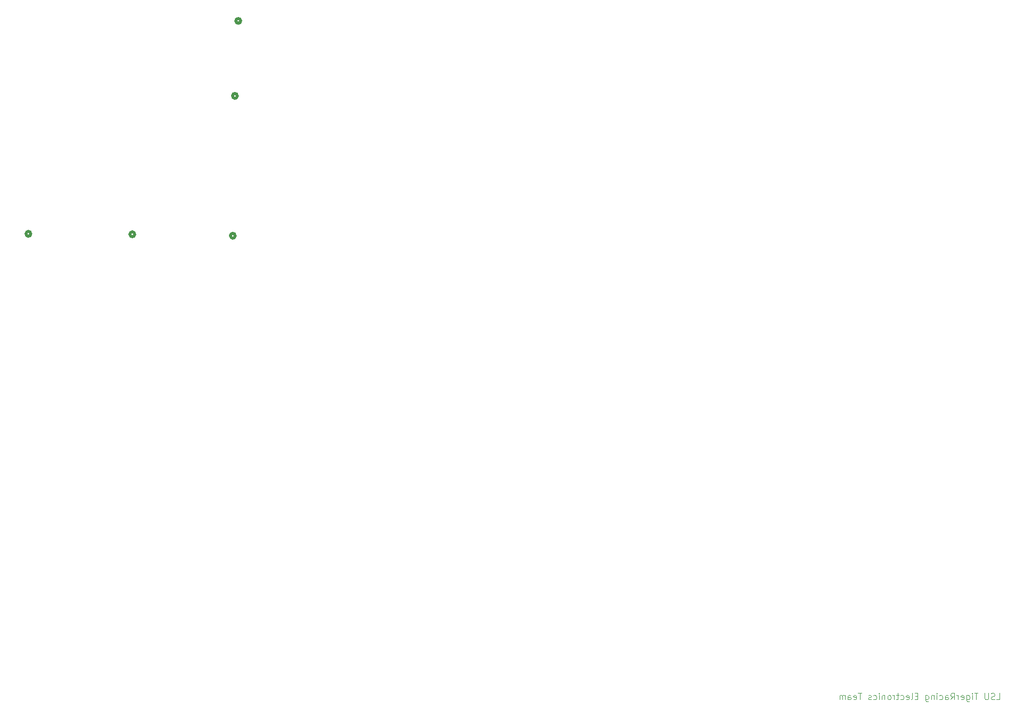
<source format=gbr>
%TF.GenerationSoftware,KiCad,Pcbnew,9.0.4*%
%TF.CreationDate,2025-11-04T22:38:34-06:00*%
%TF.ProjectId,BPSD-2025,42505344-2d32-4303-9235-2e6b69636164,rev?*%
%TF.SameCoordinates,Original*%
%TF.FileFunction,Legend,Bot*%
%TF.FilePolarity,Positive*%
%FSLAX46Y46*%
G04 Gerber Fmt 4.6, Leading zero omitted, Abs format (unit mm)*
G04 Created by KiCad (PCBNEW 9.0.4) date 2025-11-04 22:38:34*
%MOMM*%
%LPD*%
G01*
G04 APERTURE LIST*
%ADD10C,0.100000*%
%ADD11C,0.508000*%
G04 APERTURE END LIST*
D10*
X278659925Y-185097219D02*
X279136115Y-185097219D01*
X279136115Y-185097219D02*
X279136115Y-184097219D01*
X278374210Y-185049600D02*
X278231353Y-185097219D01*
X278231353Y-185097219D02*
X277993258Y-185097219D01*
X277993258Y-185097219D02*
X277898020Y-185049600D01*
X277898020Y-185049600D02*
X277850401Y-185001980D01*
X277850401Y-185001980D02*
X277802782Y-184906742D01*
X277802782Y-184906742D02*
X277802782Y-184811504D01*
X277802782Y-184811504D02*
X277850401Y-184716266D01*
X277850401Y-184716266D02*
X277898020Y-184668647D01*
X277898020Y-184668647D02*
X277993258Y-184621028D01*
X277993258Y-184621028D02*
X278183734Y-184573409D01*
X278183734Y-184573409D02*
X278278972Y-184525790D01*
X278278972Y-184525790D02*
X278326591Y-184478171D01*
X278326591Y-184478171D02*
X278374210Y-184382933D01*
X278374210Y-184382933D02*
X278374210Y-184287695D01*
X278374210Y-184287695D02*
X278326591Y-184192457D01*
X278326591Y-184192457D02*
X278278972Y-184144838D01*
X278278972Y-184144838D02*
X278183734Y-184097219D01*
X278183734Y-184097219D02*
X277945639Y-184097219D01*
X277945639Y-184097219D02*
X277802782Y-184144838D01*
X277374210Y-184097219D02*
X277374210Y-184906742D01*
X277374210Y-184906742D02*
X277326591Y-185001980D01*
X277326591Y-185001980D02*
X277278972Y-185049600D01*
X277278972Y-185049600D02*
X277183734Y-185097219D01*
X277183734Y-185097219D02*
X276993258Y-185097219D01*
X276993258Y-185097219D02*
X276898020Y-185049600D01*
X276898020Y-185049600D02*
X276850401Y-185001980D01*
X276850401Y-185001980D02*
X276802782Y-184906742D01*
X276802782Y-184906742D02*
X276802782Y-184097219D01*
X275707543Y-184097219D02*
X275136115Y-184097219D01*
X275421829Y-185097219D02*
X275421829Y-184097219D01*
X274802781Y-185097219D02*
X274802781Y-184430552D01*
X274802781Y-184097219D02*
X274850400Y-184144838D01*
X274850400Y-184144838D02*
X274802781Y-184192457D01*
X274802781Y-184192457D02*
X274755162Y-184144838D01*
X274755162Y-184144838D02*
X274802781Y-184097219D01*
X274802781Y-184097219D02*
X274802781Y-184192457D01*
X273898020Y-184430552D02*
X273898020Y-185240076D01*
X273898020Y-185240076D02*
X273945639Y-185335314D01*
X273945639Y-185335314D02*
X273993258Y-185382933D01*
X273993258Y-185382933D02*
X274088496Y-185430552D01*
X274088496Y-185430552D02*
X274231353Y-185430552D01*
X274231353Y-185430552D02*
X274326591Y-185382933D01*
X273898020Y-185049600D02*
X273993258Y-185097219D01*
X273993258Y-185097219D02*
X274183734Y-185097219D01*
X274183734Y-185097219D02*
X274278972Y-185049600D01*
X274278972Y-185049600D02*
X274326591Y-185001980D01*
X274326591Y-185001980D02*
X274374210Y-184906742D01*
X274374210Y-184906742D02*
X274374210Y-184621028D01*
X274374210Y-184621028D02*
X274326591Y-184525790D01*
X274326591Y-184525790D02*
X274278972Y-184478171D01*
X274278972Y-184478171D02*
X274183734Y-184430552D01*
X274183734Y-184430552D02*
X273993258Y-184430552D01*
X273993258Y-184430552D02*
X273898020Y-184478171D01*
X273040877Y-185049600D02*
X273136115Y-185097219D01*
X273136115Y-185097219D02*
X273326591Y-185097219D01*
X273326591Y-185097219D02*
X273421829Y-185049600D01*
X273421829Y-185049600D02*
X273469448Y-184954361D01*
X273469448Y-184954361D02*
X273469448Y-184573409D01*
X273469448Y-184573409D02*
X273421829Y-184478171D01*
X273421829Y-184478171D02*
X273326591Y-184430552D01*
X273326591Y-184430552D02*
X273136115Y-184430552D01*
X273136115Y-184430552D02*
X273040877Y-184478171D01*
X273040877Y-184478171D02*
X272993258Y-184573409D01*
X272993258Y-184573409D02*
X272993258Y-184668647D01*
X272993258Y-184668647D02*
X273469448Y-184763885D01*
X272564686Y-185097219D02*
X272564686Y-184430552D01*
X272564686Y-184621028D02*
X272517067Y-184525790D01*
X272517067Y-184525790D02*
X272469448Y-184478171D01*
X272469448Y-184478171D02*
X272374210Y-184430552D01*
X272374210Y-184430552D02*
X272278972Y-184430552D01*
X271374210Y-185097219D02*
X271707543Y-184621028D01*
X271945638Y-185097219D02*
X271945638Y-184097219D01*
X271945638Y-184097219D02*
X271564686Y-184097219D01*
X271564686Y-184097219D02*
X271469448Y-184144838D01*
X271469448Y-184144838D02*
X271421829Y-184192457D01*
X271421829Y-184192457D02*
X271374210Y-184287695D01*
X271374210Y-184287695D02*
X271374210Y-184430552D01*
X271374210Y-184430552D02*
X271421829Y-184525790D01*
X271421829Y-184525790D02*
X271469448Y-184573409D01*
X271469448Y-184573409D02*
X271564686Y-184621028D01*
X271564686Y-184621028D02*
X271945638Y-184621028D01*
X270517067Y-185097219D02*
X270517067Y-184573409D01*
X270517067Y-184573409D02*
X270564686Y-184478171D01*
X270564686Y-184478171D02*
X270659924Y-184430552D01*
X270659924Y-184430552D02*
X270850400Y-184430552D01*
X270850400Y-184430552D02*
X270945638Y-184478171D01*
X270517067Y-185049600D02*
X270612305Y-185097219D01*
X270612305Y-185097219D02*
X270850400Y-185097219D01*
X270850400Y-185097219D02*
X270945638Y-185049600D01*
X270945638Y-185049600D02*
X270993257Y-184954361D01*
X270993257Y-184954361D02*
X270993257Y-184859123D01*
X270993257Y-184859123D02*
X270945638Y-184763885D01*
X270945638Y-184763885D02*
X270850400Y-184716266D01*
X270850400Y-184716266D02*
X270612305Y-184716266D01*
X270612305Y-184716266D02*
X270517067Y-184668647D01*
X269612305Y-185049600D02*
X269707543Y-185097219D01*
X269707543Y-185097219D02*
X269898019Y-185097219D01*
X269898019Y-185097219D02*
X269993257Y-185049600D01*
X269993257Y-185049600D02*
X270040876Y-185001980D01*
X270040876Y-185001980D02*
X270088495Y-184906742D01*
X270088495Y-184906742D02*
X270088495Y-184621028D01*
X270088495Y-184621028D02*
X270040876Y-184525790D01*
X270040876Y-184525790D02*
X269993257Y-184478171D01*
X269993257Y-184478171D02*
X269898019Y-184430552D01*
X269898019Y-184430552D02*
X269707543Y-184430552D01*
X269707543Y-184430552D02*
X269612305Y-184478171D01*
X269183733Y-185097219D02*
X269183733Y-184430552D01*
X269183733Y-184097219D02*
X269231352Y-184144838D01*
X269231352Y-184144838D02*
X269183733Y-184192457D01*
X269183733Y-184192457D02*
X269136114Y-184144838D01*
X269136114Y-184144838D02*
X269183733Y-184097219D01*
X269183733Y-184097219D02*
X269183733Y-184192457D01*
X268707543Y-184430552D02*
X268707543Y-185097219D01*
X268707543Y-184525790D02*
X268659924Y-184478171D01*
X268659924Y-184478171D02*
X268564686Y-184430552D01*
X268564686Y-184430552D02*
X268421829Y-184430552D01*
X268421829Y-184430552D02*
X268326591Y-184478171D01*
X268326591Y-184478171D02*
X268278972Y-184573409D01*
X268278972Y-184573409D02*
X268278972Y-185097219D01*
X267374210Y-184430552D02*
X267374210Y-185240076D01*
X267374210Y-185240076D02*
X267421829Y-185335314D01*
X267421829Y-185335314D02*
X267469448Y-185382933D01*
X267469448Y-185382933D02*
X267564686Y-185430552D01*
X267564686Y-185430552D02*
X267707543Y-185430552D01*
X267707543Y-185430552D02*
X267802781Y-185382933D01*
X267374210Y-185049600D02*
X267469448Y-185097219D01*
X267469448Y-185097219D02*
X267659924Y-185097219D01*
X267659924Y-185097219D02*
X267755162Y-185049600D01*
X267755162Y-185049600D02*
X267802781Y-185001980D01*
X267802781Y-185001980D02*
X267850400Y-184906742D01*
X267850400Y-184906742D02*
X267850400Y-184621028D01*
X267850400Y-184621028D02*
X267802781Y-184525790D01*
X267802781Y-184525790D02*
X267755162Y-184478171D01*
X267755162Y-184478171D02*
X267659924Y-184430552D01*
X267659924Y-184430552D02*
X267469448Y-184430552D01*
X267469448Y-184430552D02*
X267374210Y-184478171D01*
X266136114Y-184573409D02*
X265802781Y-184573409D01*
X265659924Y-185097219D02*
X266136114Y-185097219D01*
X266136114Y-185097219D02*
X266136114Y-184097219D01*
X266136114Y-184097219D02*
X265659924Y-184097219D01*
X265088495Y-185097219D02*
X265183733Y-185049600D01*
X265183733Y-185049600D02*
X265231352Y-184954361D01*
X265231352Y-184954361D02*
X265231352Y-184097219D01*
X264326590Y-185049600D02*
X264421828Y-185097219D01*
X264421828Y-185097219D02*
X264612304Y-185097219D01*
X264612304Y-185097219D02*
X264707542Y-185049600D01*
X264707542Y-185049600D02*
X264755161Y-184954361D01*
X264755161Y-184954361D02*
X264755161Y-184573409D01*
X264755161Y-184573409D02*
X264707542Y-184478171D01*
X264707542Y-184478171D02*
X264612304Y-184430552D01*
X264612304Y-184430552D02*
X264421828Y-184430552D01*
X264421828Y-184430552D02*
X264326590Y-184478171D01*
X264326590Y-184478171D02*
X264278971Y-184573409D01*
X264278971Y-184573409D02*
X264278971Y-184668647D01*
X264278971Y-184668647D02*
X264755161Y-184763885D01*
X263421828Y-185049600D02*
X263517066Y-185097219D01*
X263517066Y-185097219D02*
X263707542Y-185097219D01*
X263707542Y-185097219D02*
X263802780Y-185049600D01*
X263802780Y-185049600D02*
X263850399Y-185001980D01*
X263850399Y-185001980D02*
X263898018Y-184906742D01*
X263898018Y-184906742D02*
X263898018Y-184621028D01*
X263898018Y-184621028D02*
X263850399Y-184525790D01*
X263850399Y-184525790D02*
X263802780Y-184478171D01*
X263802780Y-184478171D02*
X263707542Y-184430552D01*
X263707542Y-184430552D02*
X263517066Y-184430552D01*
X263517066Y-184430552D02*
X263421828Y-184478171D01*
X263136113Y-184430552D02*
X262755161Y-184430552D01*
X262993256Y-184097219D02*
X262993256Y-184954361D01*
X262993256Y-184954361D02*
X262945637Y-185049600D01*
X262945637Y-185049600D02*
X262850399Y-185097219D01*
X262850399Y-185097219D02*
X262755161Y-185097219D01*
X262421827Y-185097219D02*
X262421827Y-184430552D01*
X262421827Y-184621028D02*
X262374208Y-184525790D01*
X262374208Y-184525790D02*
X262326589Y-184478171D01*
X262326589Y-184478171D02*
X262231351Y-184430552D01*
X262231351Y-184430552D02*
X262136113Y-184430552D01*
X261659922Y-185097219D02*
X261755160Y-185049600D01*
X261755160Y-185049600D02*
X261802779Y-185001980D01*
X261802779Y-185001980D02*
X261850398Y-184906742D01*
X261850398Y-184906742D02*
X261850398Y-184621028D01*
X261850398Y-184621028D02*
X261802779Y-184525790D01*
X261802779Y-184525790D02*
X261755160Y-184478171D01*
X261755160Y-184478171D02*
X261659922Y-184430552D01*
X261659922Y-184430552D02*
X261517065Y-184430552D01*
X261517065Y-184430552D02*
X261421827Y-184478171D01*
X261421827Y-184478171D02*
X261374208Y-184525790D01*
X261374208Y-184525790D02*
X261326589Y-184621028D01*
X261326589Y-184621028D02*
X261326589Y-184906742D01*
X261326589Y-184906742D02*
X261374208Y-185001980D01*
X261374208Y-185001980D02*
X261421827Y-185049600D01*
X261421827Y-185049600D02*
X261517065Y-185097219D01*
X261517065Y-185097219D02*
X261659922Y-185097219D01*
X260898017Y-184430552D02*
X260898017Y-185097219D01*
X260898017Y-184525790D02*
X260850398Y-184478171D01*
X260850398Y-184478171D02*
X260755160Y-184430552D01*
X260755160Y-184430552D02*
X260612303Y-184430552D01*
X260612303Y-184430552D02*
X260517065Y-184478171D01*
X260517065Y-184478171D02*
X260469446Y-184573409D01*
X260469446Y-184573409D02*
X260469446Y-185097219D01*
X259993255Y-185097219D02*
X259993255Y-184430552D01*
X259993255Y-184097219D02*
X260040874Y-184144838D01*
X260040874Y-184144838D02*
X259993255Y-184192457D01*
X259993255Y-184192457D02*
X259945636Y-184144838D01*
X259945636Y-184144838D02*
X259993255Y-184097219D01*
X259993255Y-184097219D02*
X259993255Y-184192457D01*
X259088494Y-185049600D02*
X259183732Y-185097219D01*
X259183732Y-185097219D02*
X259374208Y-185097219D01*
X259374208Y-185097219D02*
X259469446Y-185049600D01*
X259469446Y-185049600D02*
X259517065Y-185001980D01*
X259517065Y-185001980D02*
X259564684Y-184906742D01*
X259564684Y-184906742D02*
X259564684Y-184621028D01*
X259564684Y-184621028D02*
X259517065Y-184525790D01*
X259517065Y-184525790D02*
X259469446Y-184478171D01*
X259469446Y-184478171D02*
X259374208Y-184430552D01*
X259374208Y-184430552D02*
X259183732Y-184430552D01*
X259183732Y-184430552D02*
X259088494Y-184478171D01*
X258707541Y-185049600D02*
X258612303Y-185097219D01*
X258612303Y-185097219D02*
X258421827Y-185097219D01*
X258421827Y-185097219D02*
X258326589Y-185049600D01*
X258326589Y-185049600D02*
X258278970Y-184954361D01*
X258278970Y-184954361D02*
X258278970Y-184906742D01*
X258278970Y-184906742D02*
X258326589Y-184811504D01*
X258326589Y-184811504D02*
X258421827Y-184763885D01*
X258421827Y-184763885D02*
X258564684Y-184763885D01*
X258564684Y-184763885D02*
X258659922Y-184716266D01*
X258659922Y-184716266D02*
X258707541Y-184621028D01*
X258707541Y-184621028D02*
X258707541Y-184573409D01*
X258707541Y-184573409D02*
X258659922Y-184478171D01*
X258659922Y-184478171D02*
X258564684Y-184430552D01*
X258564684Y-184430552D02*
X258421827Y-184430552D01*
X258421827Y-184430552D02*
X258326589Y-184478171D01*
X257231350Y-184097219D02*
X256659922Y-184097219D01*
X256945636Y-185097219D02*
X256945636Y-184097219D01*
X255945636Y-185049600D02*
X256040874Y-185097219D01*
X256040874Y-185097219D02*
X256231350Y-185097219D01*
X256231350Y-185097219D02*
X256326588Y-185049600D01*
X256326588Y-185049600D02*
X256374207Y-184954361D01*
X256374207Y-184954361D02*
X256374207Y-184573409D01*
X256374207Y-184573409D02*
X256326588Y-184478171D01*
X256326588Y-184478171D02*
X256231350Y-184430552D01*
X256231350Y-184430552D02*
X256040874Y-184430552D01*
X256040874Y-184430552D02*
X255945636Y-184478171D01*
X255945636Y-184478171D02*
X255898017Y-184573409D01*
X255898017Y-184573409D02*
X255898017Y-184668647D01*
X255898017Y-184668647D02*
X256374207Y-184763885D01*
X255040874Y-185097219D02*
X255040874Y-184573409D01*
X255040874Y-184573409D02*
X255088493Y-184478171D01*
X255088493Y-184478171D02*
X255183731Y-184430552D01*
X255183731Y-184430552D02*
X255374207Y-184430552D01*
X255374207Y-184430552D02*
X255469445Y-184478171D01*
X255040874Y-185049600D02*
X255136112Y-185097219D01*
X255136112Y-185097219D02*
X255374207Y-185097219D01*
X255374207Y-185097219D02*
X255469445Y-185049600D01*
X255469445Y-185049600D02*
X255517064Y-184954361D01*
X255517064Y-184954361D02*
X255517064Y-184859123D01*
X255517064Y-184859123D02*
X255469445Y-184763885D01*
X255469445Y-184763885D02*
X255374207Y-184716266D01*
X255374207Y-184716266D02*
X255136112Y-184716266D01*
X255136112Y-184716266D02*
X255040874Y-184668647D01*
X254564683Y-185097219D02*
X254564683Y-184430552D01*
X254564683Y-184525790D02*
X254517064Y-184478171D01*
X254517064Y-184478171D02*
X254421826Y-184430552D01*
X254421826Y-184430552D02*
X254278969Y-184430552D01*
X254278969Y-184430552D02*
X254183731Y-184478171D01*
X254183731Y-184478171D02*
X254136112Y-184573409D01*
X254136112Y-184573409D02*
X254136112Y-185097219D01*
X254136112Y-184573409D02*
X254088493Y-184478171D01*
X254088493Y-184478171D02*
X253993255Y-184430552D01*
X253993255Y-184430552D02*
X253850398Y-184430552D01*
X253850398Y-184430552D02*
X253755159Y-184478171D01*
X253755159Y-184478171D02*
X253707540Y-184573409D01*
X253707540Y-184573409D02*
X253707540Y-185097219D01*
D11*
%TO.C,J4*%
X125120100Y-110964695D02*
G75*
G02*
X124358100Y-110964695I-381000J0D01*
G01*
X124358100Y-110964695D02*
G75*
G02*
X125120100Y-110964695I381000J0D01*
G01*
%TO.C,J5*%
X157955095Y-89001600D02*
G75*
G02*
X157193095Y-89001600I-381000J0D01*
G01*
X157193095Y-89001600D02*
G75*
G02*
X157955095Y-89001600I381000J0D01*
G01*
%TO.C,J1*%
X141642800Y-111040895D02*
G75*
G02*
X140880800Y-111040895I-381000J0D01*
G01*
X140880800Y-111040895D02*
G75*
G02*
X141642800Y-111040895I381000J0D01*
G01*
%TO.C,J3*%
X158488495Y-77063600D02*
G75*
G02*
X157726495Y-77063600I-381000J0D01*
G01*
X157726495Y-77063600D02*
G75*
G02*
X158488495Y-77063600I381000J0D01*
G01*
%TO.C,J2*%
X157624967Y-111269095D02*
G75*
G02*
X156862967Y-111269095I-381000J0D01*
G01*
X156862967Y-111269095D02*
G75*
G02*
X157624967Y-111269095I381000J0D01*
G01*
%TD*%
M02*

</source>
